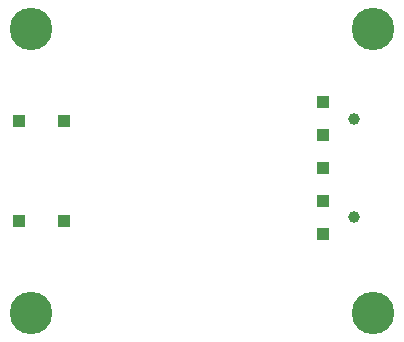
<source format=gbs>
G04*
G04 #@! TF.GenerationSoftware,Altium Limited,Altium Designer,21.6.4 (81)*
G04*
G04 Layer_Color=16711935*
%FSLAX25Y25*%
%MOIN*%
G70*
G04*
G04 #@! TF.SameCoordinates,C1900F0A-900D-499D-9597-BB550FD85569*
G04*
G04*
G04 #@! TF.FilePolarity,Negative*
G04*
G01*
G75*
%ADD61C,0.03937*%
%ADD62C,0.14173*%
G04:AMPARAMS|DCode=88|XSize=43.31mil|YSize=43.31mil|CornerRadius=5.91mil|HoleSize=0mil|Usage=FLASHONLY|Rotation=270.000|XOffset=0mil|YOffset=0mil|HoleType=Round|Shape=RoundedRectangle|*
%AMROUNDEDRECTD88*
21,1,0.04331,0.03150,0,0,270.0*
21,1,0.03150,0.04331,0,0,270.0*
1,1,0.01181,-0.01575,-0.01575*
1,1,0.01181,-0.01575,0.01575*
1,1,0.01181,0.01575,0.01575*
1,1,0.01181,0.01575,-0.01575*
%
%ADD88ROUNDEDRECTD88*%
D61*
X119488Y76476D02*
D03*
Y43602D02*
D03*
D62*
X125984Y106299D02*
D03*
Y11811D02*
D03*
X11811D02*
D03*
Y106299D02*
D03*
D88*
X7777Y75792D02*
D03*
Y42426D02*
D03*
X22836Y75792D02*
D03*
Y42426D02*
D03*
X109056Y37899D02*
D03*
Y48947D02*
D03*
Y59995D02*
D03*
Y71043D02*
D03*
Y82091D02*
D03*
M02*

</source>
